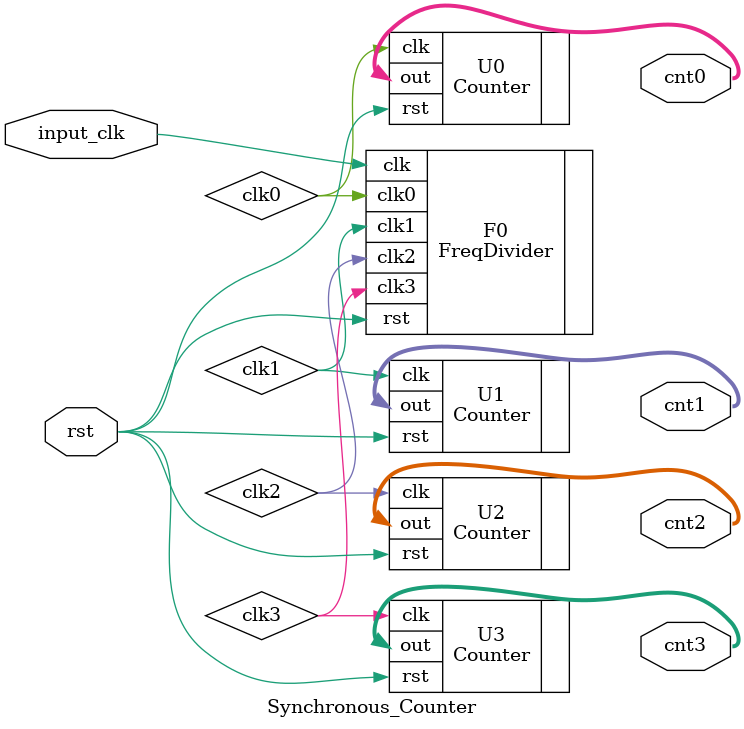
<source format=v>
module Synchronous_Counter(input_clk, rst, cnt0, cnt1, cnt2, cnt3);
input input_clk, rst;
output [3:0] cnt0, cnt1, cnt2, cnt3;
wire clk0, clk1, clk2, clk3;

FreqDivider F0(.clk(input_clk), .rst(rst), .clk0(clk0), .clk1(clk1), .clk2(clk2), .clk3(clk3));
Counter U0(.clk(clk0), .rst(rst), .out(cnt0));
Counter U1(.clk(clk1), .rst(rst), .out(cnt1));
Counter U2(.clk(clk2), .rst(rst), .out(cnt2));
Counter U3(.clk(clk3), .rst(rst), .out(cnt3));

endmodule

</source>
